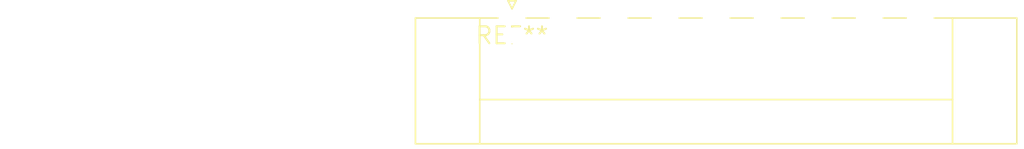
<source format=kicad_pcb>
(kicad_pcb (version 20240108) (generator pcbnew)
  (layers (0 "F.Cu" signal) (31 "B.Cu" signal) (34 "B.Paste" user) (35 "F.Paste" user) (36 "B.SilkS" user "B.Silkscreen") (37 "F.SilkS" user "F.Silkscreen") (38 "B.Mask" user) (39 "F.Mask" user) (44 "Edge.Cuts" user))
  (net 0 "")
  (footprint "PhoenixContact_MC_1,5_9-GF-3.81_1x09_P3.81mm_Horizontal_ThreadedFlange" (layer "F.Cu") (at 0 0)
    (property "Reference" "REF**")
    (property "Value" "PhoenixContact_MC_1,5_9-GF-3.81_1x09_P3.81mm_Horizontal_ThreadedFlange")
    (fp_line (start -7.21 -1.31) (end -7.21 8.11) (layer "F.SilkS") (stroke (width 0.12)))
    (fp_line (start -7.21 -1.31) (end -1.05 -1.31) (layer "F.SilkS") (stroke (width 0.12)))
    (fp_line (start -7.21 8.11) (end 37.69 8.11) (layer "F.SilkS") (stroke (width 0.12)))
    (fp_line (start -2.41 -1.31) (end -2.41 8.11) (layer "F.SilkS") (stroke (width 0.12)))
    (fp_line (start -2.41 4.8) (end 32.89 4.8) (layer "F.SilkS") (stroke (width 0.12)))
    (fp_line (start -0.3 -2.6) (end 0.3 -2.6) (layer "F.SilkS") (stroke (width 0.12)))
    (fp_line (start 0 -2) (end -0.3 -2.6) (layer "F.SilkS") (stroke (width 0.12)))
    (fp_line (start 0.3 -2.6) (end 0 -2) (layer "F.SilkS") (stroke (width 0.12)))
    (fp_line (start 1.05 -1.31) (end 2.76 -1.31) (layer "F.SilkS") (stroke (width 0.12)))
    (fp_line (start 4.86 -1.31) (end 6.57 -1.31) (layer "F.SilkS") (stroke (width 0.12)))
    (fp_line (start 8.67 -1.31) (end 10.38 -1.31) (layer "F.SilkS") (stroke (width 0.12)))
    (fp_line (start 12.48 -1.31) (end 14.19 -1.31) (layer "F.SilkS") (stroke (width 0.12)))
    (fp_line (start 16.29 -1.31) (end 18 -1.31) (layer "F.SilkS") (stroke (width 0.12)))
    (fp_line (start 20.1 -1.31) (end 21.81 -1.31) (layer "F.SilkS") (stroke (width 0.12)))
    (fp_line (start 23.91 -1.31) (end 25.62 -1.31) (layer "F.SilkS") (stroke (width 0.12)))
    (fp_line (start 27.72 -1.31) (end 29.43 -1.31) (layer "F.SilkS") (stroke (width 0.12)))
    (fp_line (start 32.89 -1.31) (end 32.89 8.11) (layer "F.SilkS") (stroke (width 0.12)))
    (fp_line (start 37.69 -1.31) (end 31.53 -1.31) (layer "F.SilkS") (stroke (width 0.12)))
    (fp_line (start 37.69 8.11) (end 37.69 -1.31) (layer "F.SilkS") (stroke (width 0.12)))
    (pad "1" thru_hole roundrect (at 0 0) (size 1.8 3.6) (drill 1.2) (layers *.Cu *.Mask) (remove_unused_layers) (roundrect_rratio 0.138889))
    (pad "2" thru_hole oval (at 3.81 0) (size 1.8 3.6) (drill 1.2) (layers *.Cu *.Mask) (remove_unused_layers))
    (pad "3" thru_hole oval (at 7.62 0) (size 1.8 3.6) (drill 1.2) (layers *.Cu *.Mask) (remove_unused_layers))
    (pad "4" thru_hole oval (at 11.43 0) (size 1.8 3.6) (drill 1.2) (layers *.Cu *.Mask) (remove_unused_layers))
    (pad "5" thru_hole oval (at 15.24 0) (size 1.8 3.6) (drill 1.2) (layers *.Cu *.Mask) (remove_unused_layers))
    (pad "6" thru_hole oval (at 19.05 0) (size 1.8 3.6) (drill 1.2) (layers *.Cu *.Mask) (remove_unused_layers))
    (pad "7" thru_hole oval (at 22.86 0) (size 1.8 3.6) (drill 1.2) (layers *.Cu *.Mask) (remove_unused_layers))
    (pad "8" thru_hole oval (at 26.67 0) (size 1.8 3.6) (drill 1.2) (layers *.Cu *.Mask) (remove_unused_layers))
    (pad "9" thru_hole oval (at 30.48 0) (size 1.8 3.6) (drill 1.2) (layers *.Cu *.Mask) (remove_unused_layers))
  )
)
</source>
